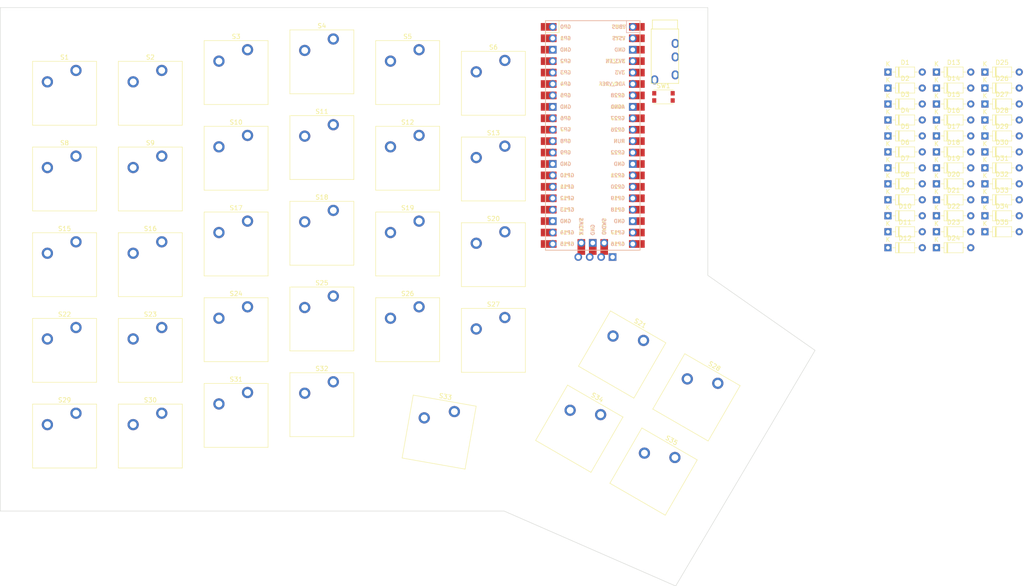
<source format=kicad_pcb>
(kicad_pcb (version 20221018) (generator pcbnew)
  (layers (0 "F.Cu" signal) (31 "B.Cu" signal) (34 "B.Paste" user) (35 "F.Paste" user) (36 "B.SilkS" user "B.Silkscreen") (37 "F.SilkS" user "F.Silkscreen") (38 "B.Mask" user) (39 "F.Mask" user) (44 "Edge.Cuts" user))
  (net 0 "")
  (net 1 "row0")
  (net 2 "Net-(D1-A)")
  (net 3 "Net-(D2-A)")
  (net 4 "Net-(D3-A)")
  (net 5 "Net-(D4-A)")
  (net 6 "Net-(D5-A)")
  (net 7 "Net-(D6-A)")
  (net 8 "Net-(D7-A)")
  (net 9 "row1")
  (net 10 "Net-(D8-A)")
  (net 11 "Net-(D9-A)")
  (net 12 "Net-(D10-A)")
  (net 13 "Net-(D11-A)")
  (net 14 "Net-(D12-A)")
  (net 15 "Net-(D13-A)")
  (net 16 "Net-(D14-A)")
  (net 17 "row2")
  (net 18 "Net-(D15-A)")
  (net 19 "row3")
  (net 20 "Net-(D16-A)")
  (net 21 "Net-(D17-A)")
  (net 22 "Net-(D18-A)")
  (net 23 "Net-(D19-A)")
  (net 24 "Net-(D20-A)")
  (net 25 "Net-(D21-A)")
  (net 26 "Net-(D22-A)")
  (net 27 "Net-(D23-A)")
  (net 28 "Net-(D24-A)")
  (net 29 "Net-(D25-A)")
  (net 30 "Net-(D26-A)")
  (net 31 "Net-(D27-A)")
  (net 32 "Net-(D28-A)")
  (net 33 "row4")
  (net 34 "Net-(D29-A)")
  (net 35 "Net-(D31-A)")
  (net 36 "Net-(D33-A)")
  (net 37 "Net-(D35-A)")
  (net 38 "col0")
  (net 39 "col1")
  (net 40 "col2")
  (net 41 "col3")
  (net 42 "col4")
  (net 43 "col5")
  (net 44 "col6")
  (net 45 "GND")
  (net 46 "VCC")
  (net 47 "SCL")
  (net 48 "SDA")
  (net 49 "RESET")
  (net 50 "Net-(D30-A)")
  (net 51 "Net-(D32-A)")
  (net 52 "Net-(D34-A)")
  (net 53 "TX0")
  (net 54 "RX0")
  (footprint "ScottoKeebs_Components:Diode_DO-35" (layer "F.Cu") (at 231.18 47.26125)
    (fp_text reference "D6" (at 3.81 -2.12) (layer "F.SilkS"))
    (fp_text value "Diode")
    (fp_text user "K" (at 0 -1.8) (layer "F.SilkS"))
    (pad "1" thru_hole rect (at 0 0) (size 1.6 1.6) (drill 0.8) (layers "*.Cu" "*.Mask") (net 1 "row0"))
    (pad "2" thru_hole oval (at 7.62 0) (size 1.6 1.6) (drill 0.8) (layers "*.Cu" "*.Mask") (net 7 "Net-(D6-A)"))
  )
  (footprint "ScottoKeebs_MX:MX_PCB_1.00u" (layer "F.Cu") (at 143.55 70.1075)
    (fp_text reference "S20" (at 0 -8) (layer "F.SilkS"))
    (fp_text value "Keyswitch")
    (pad "" np_thru_hole circle (at -5.08 0) (size 1.75 1.75) (drill 1.75) (layers "*.Cu" "*.Mask"))
    (pad "" np_thru_hole circle (at 0 0) (size 4 4) (drill 4) (layers "*.Cu" "*.Mask"))
    (pad "" np_thru_hole circle (at 5.08 0) (size 1.75 1.75) (drill 1.75) (layers "*.Cu" "*.Mask"))
    (pad "1" thru_hole circle (at -3.81 -2.54) (size 2.5 2.5) (drill 1.5) (layers "*.Cu" "*.Mask") (net 43 "col5"))
    (pad "2" thru_hole circle (at 2.54 -5.08) (size 2.5 2.5) (drill 1.5) (layers "*.Cu" "*.Mask") (net 24 "Net-(D20-A)"))
  )
  (footprint "ScottoKeebs_MX:MX_PCB_1.00u" (layer "F.Cu") (at 105.45 27.245)
    (fp_text reference "S4" (at 0 -8) (layer "F.SilkS"))
    (fp_text value "Keyswitch")
    (pad "" np_thru_hole circle (at -5.08 0) (size 1.75 1.75) (drill 1.75) (layers "*.Cu" "*.Mask"))
    (pad "" np_thru_hole circle (at 0 0) (size 4 4) (drill 4) (layers "*.Cu" "*.Mask"))
    (pad "" np_thru_hole circle (at 5.08 0) (size 1.75 1.75) (drill 1.75) (layers "*.Cu" "*.Mask"))
    (pad "1" thru_hole circle (at -3.81 -2.54) (size 2.5 2.5) (drill 1.5) (layers "*.Cu" "*.Mask") (net 41 "col3"))
    (pad "2" thru_hole circle (at 2.54 -5.08) (size 2.5 2.5) (drill 1.5) (layers "*.Cu" "*.Mask") (net 5 "Net-(D4-A)"))
  )
  (footprint "ScottoKeebs_Components:Diode_DO-35" (layer "F.Cu") (at 252.72 50.81125)
    (fp_text reference "D31" (at 3.81 -2.12) (layer "F.SilkS"))
    (fp_text value "Diode")
    (fp_text user "K" (at 0 -1.8) (layer "F.SilkS"))
    (pad "1" thru_hole rect (at 0 0) (size 1.6 1.6) (drill 0.8) (layers "*.Cu" "*.Mask") (net 33 "row4"))
    (pad "2" thru_hole oval (at 7.62 0) (size 1.6 1.6) (drill 0.8) (layers "*.Cu" "*.Mask") (net 35 "Net-(D31-A)"))
  )
  (footprint "ScottoKeebs_Components:Diode_DO-35" (layer "F.Cu") (at 241.95 57.91125)
    (fp_text reference "D21" (at 3.81 -2.12) (layer "F.SilkS"))
    (fp_text value "Diode")
    (fp_text user "K" (at 0 -1.8) (layer "F.SilkS"))
    (pad "1" thru_hole rect (at 0 0) (size 1.6 1.6) (drill 0.8) (layers "*.Cu" "*.Mask") (net 17 "row2"))
    (pad "2" thru_hole oval (at 7.62 0) (size 1.6 1.6) (drill 0.8) (layers "*.Cu" "*.Mask") (net 25 "Net-(D21-A)"))
  )
  (footprint "ScottoKeebs_MX:MX_PCB_1.00u" (layer "F.Cu") (at 124.5 29.62625)
    (fp_text reference "S5" (at 0 -8) (layer "F.SilkS"))
    (fp_text value "Keyswitch")
    (pad "" np_thru_hole circle (at -5.08 0) (size 1.75 1.75) (drill 1.75) (layers "*.Cu" "*.Mask"))
    (pad "" np_thru_hole circle (at 0 0) (size 4 4) (drill 4) (layers "*.Cu" "*.Mask"))
    (pad "" np_thru_hole circle (at 5.08 0) (size 1.75 1.75) (drill 1.75) (layers "*.Cu" "*.Mask"))
    (pad "1" thru_hole circle (at -3.81 -2.54) (size 2.5 2.5) (drill 1.5) (layers "*.Cu" "*.Mask") (net 42 "col4"))
    (pad "2" thru_hole circle (at 2.54 -5.08) (size 2.5 2.5) (drill 1.5) (layers "*.Cu" "*.Mask") (net 6 "Net-(D5-A)"))
  )
  (footprint "ScottoKeebs_MX:MX_PCB_1.00u" (layer "F.Cu") (at 67.35 34.23)
    (fp_text reference "S2" (at 0 -8) (layer "F.SilkS"))
    (fp_text value "Keyswitch")
    (pad "" np_thru_hole circle (at -5.08 0) (size 1.75 1.75) (drill 1.75) (layers "*.Cu" "*.Mask"))
    (pad "" np_thru_hole circle (at 0 0) (size 4 4) (drill 4) (layers "*.Cu" "*.Mask"))
    (pad "" np_thru_hole circle (at 5.08 0) (size 1.75 1.75) (drill 1.75) (layers "*.Cu" "*.Mask"))
    (pad "1" thru_hole circle (at -3.81 -2.54) (size 2.5 2.5) (drill 1.5) (layers "*.Cu" "*.Mask") (net 39 "col1"))
    (pad "2" thru_hole circle (at 2.54 -5.08) (size 2.5 2.5) (drill 1.5) (layers "*.Cu" "*.Mask") (net 3 "Net-(D2-A)"))
  )
  (footprint "ScottoKeebs_Components:Diode_DO-35" (layer "F.Cu") (at 252.72 40.16125)
    (fp_text reference "D28" (at 3.81 -2.12) (layer "F.SilkS"))
    (fp_text value "Diode")
    (fp_text user "K" (at 0 -1.8) (layer "F.SilkS"))
    (pad "1" thru_hole rect (at 0 0) (size 1.6 1.6) (drill 0.8) (layers "*.Cu" "*.Mask") (net 19 "row3"))
    (pad "2" thru_hole oval (at 7.62 0) (size 1.6 1.6) (drill 0.8) (layers "*.Cu" "*.Mask") (net 32 "Net-(D28-A)"))
  )
  (footprint "ScottoKeebs_MX:MX_PCB_1.00u" (layer "F.Cu") (at 86.4 105.82625)
    (fp_text reference "S31" (at 0 -8) (layer "F.SilkS"))
    (fp_text value "Keyswitch")
    (pad "" np_thru_hole circle (at -5.08 0) (size 1.75 1.75) (drill 1.75) (layers "*.Cu" "*.Mask"))
    (pad "" np_thru_hole circle (at 0 0) (size 4 4) (drill 4) (layers "*.Cu" "*.Mask"))
    (pad "" np_thru_hole circle (at 5.08 0) (size 1.75 1.75) (drill 1.75) (layers "*.Cu" "*.Mask"))
    (pad "1" thru_hole circle (at -3.81 -2.54) (size 2.5 2.5) (drill 1.5) (layers "*.Cu" "*.Mask") (net 40 "col2"))
    (pad "2" thru_hole circle (at 2.54 -5.08) (size 2.5 2.5) (drill 1.5) (layers "*.Cu" "*.Mask") (net 35 "Net-(D31-A)"))
  )
  (footprint "ScottoKeebs_MCU:Raspberry_Pi_Pico" (layer "F.Cu") (at 165.61625 43.59625)
    (fp_text reference "U2" hide)
    (fp_text value "Raspberry_Pi_Pico" hide)
    (fp_text user "GP12" (at -5.69 13.97) (layer "B.SilkS") (effects (font (size 0.8 0.8)) (justify mirror)))
    (fp_text user "VSYS" (at 5.79 -21.59) (layer "B.SilkS") (effects (font (size 0.8 0.8)) (justify mirror)))
    (fp_text user "GP14" (at -5.69 21.59) (layer "B.SilkS") (effects (font (size 0.8 0.8)) (justify mirror)))
    (fp_text user "GP0" (at -6.04 -24.13) (layer "B.SilkS") (effects (font (size 0.8 0.8)) (justify mirror)))
    (fp_text user "GP3" (at -6.04 -13.97) (layer "B.SilkS") (effects (font (size 0.8 0.8)) (justify mirror)))
    (fp_text user "RUN" (at 5.89 1.27) (layer "B.SilkS") (effects (font (size 0.8 0.8)) (justify mirror)))
    (fp_text user "VBUS" (at 5.79 -24.13) (layer "B.SilkS") (effects (font (size 0.8 0.8)) (justify mirror)))
    (fp_text user "SWDIO" (at 2.54 20.25 90) (layer "B.SilkS") (effects (font (size 0.8 0.8)) (justify mirror)))
    (fp_text user "GP13" (at -5.69 16.51) (layer "B.SilkS") (effects (font (size 0.8 0.8)) (justify mirror)))
    (fp_text user "GND" (at -6.04 -6.35) (layer "B.SilkS") (effects (font (size 0.8 0.8)) (justify mirror)))
    (fp_text user "GND" (at 0 21 90) (layer "B.SilkS") (effects (font (size 0.8 0.8)) (justify mirror)))
    (fp_text user "GP6" (at -6.04 -3.81) (layer "B.SilkS") (effects (font (size 0.8 0.8)) (justify mirror)))
    (fp_text user "GP28" (at 5.54 -8.89) (layer "B.SilkS") (effects (font (size 0.8 0.8)) (justify mirror)))
    (fp_text user "GP21" (at 5.54 8.9) (layer "B.SilkS") (effects (font (size 0.8 0.8)) (justify mirror)))
    (fp_text user "GND" (at 6.04 -19.05) (layer "B.SilkS") (effects (font (size 0.8 0.8)) (justify mirror)))
    (fp_text user "GP15" (at -5.69 24.13) (layer "B.SilkS") (effects (font (size 0.8 0.8)) (justify mirror)))
    (fp_text user "GND" (at -6.04 19.05) (layer "B.SilkS") (effects (font (size 0.8 0.8)) (justify mirror)))
    (fp_text user "GND" (at -6.04 -19.05) (layer "B.SilkS") (effects (font (size 0.8 0.8)) (justify mirror)))
    (fp_text user "GP26" (at 5.54 -1.27) (layer "B.SilkS") (effects (font (size 0.8 0.8)) (justify mirror)))
    (fp_text user "GP22" (at 5.54 3.81) (layer "B.SilkS") (effects (font (size 0.8 0.8)) (justify mirror)))
    (fp_text user "GND" (at 5.89 19.05) (layer "B.SilkS") (effects (font (size 0.8 0.8)) (justify mirror)))
    (fp_text user "GP11" (at -5.69 11.43) (layer "B.SilkS") (effects (font (size 0.8 0.8)) (justify mirror)))
    (fp_text user "GP17" (at 5.54 21.59) (layer "B.SilkS") (effects (font (size 0.8 0.8)) (justify mirror)))
    (fp_text user "GP27" (at 5.54 -3.8) (layer "B.SilkS") (effects (font (size 0.8 0.8)) (justify mirror)))
    (fp_text user "GP16" (at 5.54 24.13) (layer "B.SilkS") (effects (font (size 0.8 0.8)) (justify mirror)))
    (fp_text user "SWCLK" (at -2.54 20.25 90) (layer "B.SilkS") (effects (font (size 0.8 0.8)) (justify mirror)))
    (fp_text user "GP7" (at -6.04 -1.3) (layer "B.SilkS") (effects (font (size 0.8 0.8)) (justify mirror)))
    (fp_text user "GP5" (at -6.04 -8.89) (layer "B.SilkS") (effects (font (size 0.8 0.8)) (justify mirror)))
    (fp_text user "GP4" (at -6.04 -11.43) (layer "B.SilkS") (effects (font (size 0.8 0.8)) (justify mirror)))
    (fp_text user "GP9" (at -6.04 3.81) (layer "B.SilkS") (effects (font (size 0.8 0.8)) (justify mirror)))
    (fp_text user "GP1" (at -6.04 -21.6) (layer "B.SilkS") (effects (font (size 0.8 0.8)) (justify mirror)))
    (fp_text user "GND" (at -6.04 6.35) (layer "B.SilkS") (effects (font (size 0.8 0.8)) (justify mirror)))
    (fp_text user "GP10" (at -5.69 8.89) (layer "B.SilkS") (effects (font (size 0.8 0.8)) (justify mirror)))
    (fp_text user "GND" (at 5.89 6.35) (layer "B.SilkS") (effects (font (size 0.8 0.8)) (justify mirror)))
    (fp_text user "GP2" (at -6.04 -16.51) (layer "B.SilkS") (effects (font (size 0.8 0.8)) (justify mirror)))
    (fp_text user "3V3_EN" (at 5.04 -16.51) (layer "B.SilkS") (effects (font (size 0.8 0.8)) (justify mirror)))
    (fp_text user "ADC_VREF" (at 4.29 -11.43) (layer "B.SilkS") (effects (font (size 0.8 0.8)) (justify mirror)))
    (fp_text user "3V3" (at 6.04 -13.97) (layer "B.SilkS") (effects (font (size 0.8 0.8)) (justify mirror)))
    (fp_text user "GP8" (at -6.04 1.27) (layer "B.SilkS") (effects (font (size 0.8 0.8)) (justify mirror)))
    (fp_text user "GP18" (at 5.54 16.51) (layer "B.SilkS") (effects (font (size 0.8 0.8)) (justify mirror)))
    (fp_text user "AGND" (at 5.54 -6.35) (layer "B.SilkS") (effects (font (size 0.8 0.8)) (justify mirror)))
    (fp_text user "GP19" (at 5.54 13.97) (layer "B.SilkS") (effects (font (size 0.8 0.8)) (justify mirror)))
    (fp_text user "GP20" (at 5.54 11.43) (layer "B.SilkS") (effects (font (size 0.8 0.8)) (justify mirror)))
    (fp_text user "GP27" (at 5.54 -3.8) (layer "F.SilkS") (effects (font (size 0.8 0.8))))
    (fp_text user "GP18" (at 5.54 16.51) (layer "F.SilkS") (effects (font (size 0.8 0.8))))
    (fp_text user "GP0" (at -6.04 -24.13) (layer "F.SilkS") (effects (font (size 0.8 0.8))))
    (fp_text user "GP22" (at 5.54 3.81) (layer "F.SilkS") (effects (font (size 0.8 0.8))))
    (fp_text user "3V3_EN" (at 5.04 -16.51) (layer "F.SilkS") (effects (font (size 0.8 0.8))))
    (fp_text user "GP8" (at -6.04 1.27) (layer "F.SilkS") (effects (font (size 0.8 0.8))))
    (fp_text user "GP9" (at -6.04 3.81) (layer "F.SilkS") (effects (font (size 0.8 0.8))))
    (fp_text user "GND" (at -6.04 -6.35) (layer "F.SilkS") (effects (font (size 0.8 0.8))))
    (fp_text user "GP13" (at -5.69 16.51) (layer "F.SilkS") (effects (font (size 0.8 0.8))))
    (fp_text user "AGND" (at 5.54 -6.35) (layer "F.SilkS") (effects (font (size 0.8 0.8))))
    (fp_text user "ADC_VREF" (at 4.29 -11.43) (layer "F.SilkS") (effects (font (size 0.8 0.8))))
    (fp_text user "SWDIO" (at 2.54 20.25 90) (layer "F.SilkS") (effects (font (size 0.8 0.8))))
    (fp_text user "GP12" (at -5.69 13.97) (layer "F.SilkS") (effects (font (size 0.8 0.8))))
    (fp_text user "GP21" (at 5.54 8.9) (layer "F.SilkS") (effects (font (size 0.8 0.8))))
    (fp_text user "GP1" (at -6.04 -21.6) (layer "F.SilkS") (effects (font (size 0.8 0.8))))
    (fp_text user "GND" (at -6.04 6.35) (layer "F.SilkS") (effects (font (size 0.8 0.8))))
    (fp_text user "GP20" (at 5.54 11.43) (layer "F.SilkS") (effects (font (size 0.8 0.8))))
    (fp_text user "GP10" (at -5.69 8.89) (layer "F.SilkS") (effects (font (size 0.8 0.8))))
    (fp_text user "SWCLK" (at -2.54 20.25 90) (layer "F.SilkS") (effects (font (size 0.8 0.8))))
    (fp_text user "VSYS" (at 5.79 -21.59) (layer "F.SilkS") (effects (font (size 0.8 0.8))))
    (fp_text user "GP2" (at -6.04 -16.51) (layer "F.SilkS") (effects (font (size 0.8 0.8))))
    (fp_text user "GND" (at -6.04 -19.05) (layer "F.SilkS") (effects (font (size 0.8 0.8))))
    (fp_text user "GND" (at 5.89 6.35) (layer "F.SilkS") (effects (font (size 0.8 0.8))))
    (fp_text user "GP11" (at -5.69 11.43) (layer "F.SilkS") (effects (font (size 0.8 0.8))))
    (fp_text user "GP19" (at 5.54 13.97) (layer "F.SilkS") (effects (font (size 0.8 0.8))))
    (fp_text user "GP28" (at 5.54 -8.89) (layer "F.SilkS") (effects (font (size 0.8 0.8))))
    (fp_text user "GND" (at 5.89 19.05) (layer "F.SilkS") (effects (font (size 0.8 0.8))))
    (fp_text user "GP14" (at -5.69 21.59) (layer "F.SilkS") (effects (font (size 0.8 0.8))))
    (fp_text user "3V3" (at 6.04 -13.97) (layer "F.SilkS") (effects (font (size 0.8 0.8))))
    (fp_text user "GP7" (at -6.04 -1.3) (layer "F.SilkS") (effects (font (size 0.8 0.8))))
    (fp_text user "VBUS" (at 5.79 -24.13) (layer "F.SilkS") (effects (font (size 0.8 0.8))))
    (fp_text user "GND" (at 6.04 -19.05) (layer "F.SilkS") (effects (font (size 0.8 0.8))))
    (fp_text user "GP3" (at -6.04 -13.97) (layer "F.SilkS") (effects (font (size 0.8 0.8))))
    (fp_text user "GP5" (at -6.04 -8.89) (layer "F.SilkS") (effects (font (size 0.8 0.8))))
    (fp_text user "GP4" (at -6.04 -11.43) (layer "F.SilkS") (effects (font (size 0.8 0.8))))
    (fp_text user "GP6" (at -6.04 -3.81) (layer "F.SilkS") (effects (font (size 0.8 0.8))))
    (fp_text user "GP16" (at 5.54 24.13) (layer "F.SilkS") (effects (font (size 0.8 0.8))))
    (fp_text user "GP17" (at 5.54 21.59) (layer "F.SilkS") (effects (font (size 0.8 0.8))))
    (fp_text user "GND" (at 0 21 90) (layer "F.SilkS") (effects (font (size 0.8 0.8))))
    (fp_text user "GND" (at -6.04 19.05) (layer "F.SilkS") (effects (font (size 0.8 0.8))))
    (fp_text user "GP26" (at 5.54 -1.27) (layer "F.SilkS") (effects (font (size 0.8 0.8))))
    (fp_text user "GP15" (at -5.69 24.13) (layer "F.SilkS") (effects (font (size 0.8 0.8))))
    (fp_text user "RUN" (at 5.89 1.27) (layer "F.SilkS") (effects (font (size 0.8 0.8))))
    (pad "1" thru_hole oval (at -8.89 -24.13) (size 1.7 1.7) (drill 1.02) (layers "*.Cu" "*.Mask") (net 53 "TX0"))
    (pad "1" smd rect (at -8.89 -24.13) (size 3.5 1.7) (drill (offset -0.9 0)) (layers "F.Cu" "F.Mask") (net 53 "TX0"))
    (pad "2" thru_hole oval (at -8.89 -21.59) (size 1.7 1.7) (drill 1.02) (layers "*.Cu" "*.Mask") (net 54 "RX0"))
    (pad "2" smd rect (at -8.89 -21.59) (size 3.5 1.7) (drill (offset -0.9 0)) (layers "F.Cu" "F.Mask") (net 54 "RX0"))
    (pad "3" thru_hole rect (at -8.89 -19.05) (size 1.7 1.7) (drill 1.02) (layers "*.Cu" "*.Mask"))
    (pad "3" smd rect (at -8.89 -19.05) (size 3.5 1.7) (drill (offset -0.9 0)) (layers "F.Cu" "F.Mask"))
    (pad "4" thru_hole oval (at -8.89 -16.51) (size 1.7 1.7) (drill 1.02) (layers "*.Cu" "*.Mask"))
    (pad "4" smd rect (at -8.89 -16.51) (size 3.5 1.7) (drill (offset -0.9 0)) (layers "F.Cu" "F.Mask"))
    (pad "5" thru_hole oval (at -8.89 -13.97) (size 1.7 1.7) (drill 1.02) (layers "*.Cu" "*.Mask"))
    (pad "5" smd rect (at -8.89 -13.97) (size 3.5 1.7) (drill (offset -0.9 0)) (layers "F.Cu" "F.Mask"))
    (pad "6" thru_hole oval (at -8.89 -11.43) (size 1.7 1.7) (drill 1.02) (layers "*.Cu" "*.Mask") (net 48 "SDA"))
    (pad "6" smd rect (at -8.89 -11.43) (size 3.5 1.7) (drill (offset -0.9 0)) (layers "F.Cu" "F.Mask") (net 48 "SDA"))
    (pad "7" thru_hole oval (at -8.89 -8.89) (size 1.7 1.7) (drill 1.02) (layers "*.Cu" "*.Mask") (net 47 "SCL"))
    (pad "7" smd rect (at -8.89 -8.89) (size 3.5 1.7) (drill (offset -0.9 0)) (layers "F.Cu" "F.Mask") (net 47 "SCL"))
    (pad "8" thru_hole rect (at -8.89 -6.35) (size 1.7 1.7) (drill 1.02) (layers "*.Cu" "*.Mask"))
    (pad "8" smd rect (at -8.89 -6.35) (size 3.5 1.7) (drill (offset -0.9 0)) (layers "F.Cu" "F.Mask"))
    (pad "9" thru_hole oval (at -8.89 -3.81) (size 1.7 1.7) (drill 1.02) (layers "*.Cu" "*.Mask") (net 38 "col0"))
    (pad "9" smd rect (at -8.89 -3.81) (size 3.5 1.7) (drill (offset -0.9 0)) (layers "F.Cu" "F.Mask") (net 38 "col0"))
    (pad "10" thru_hole oval (at -8.89 -1.27) (size 1.7 1.7) (drill 1.02) (layers "*.Cu" "*.Mask") (net 39 "col1"))
    (pad "10" smd rect (at -8.89 -1.27) (size 3.5 1.7) (drill (offset -0.9 0)) (layers "F.Cu" "F.Mask") (net 39 "col1"))
    (pad "11" thru_hole oval (at -8.89 1.27) (size 1.7 1.7) (drill 1.02) (layers "*.Cu" "*.Mask") (net 40 "col2"))
    (pad "11" smd rect (at -8.89 1.27) (size 3.5 1.7) (drill (offset -0.9 0)) (layers "F.Cu" "F.Mask") (net 40 "col2"))
    (pad "12" thru_hole oval (at -8.89 3.81) (size 1.7 1.7) (drill 1.02) (layers "*.Cu" "*.Mask") (net 41 "col3"))
    (pad "12" smd rect (at -8.89 3.81) (size 3.5 1.7) (drill (offset -0.9 0)) (layers "F.Cu" "F.Mask") (net 41 "col3"))
    (pad "13" thru_hole rect (at -8.89 6.35) (size 1.7 1.7) (drill 1.02) (layers "*.Cu" "*.Mask"))
    (pad "13" smd rect (at -8.89 6.35) (size 3.5 1.7) (drill (offset -0.9 0)) (layers "F.Cu" "F.Mask"))
    (pad "14" thru_hole oval (at -8.89 8.89) (size 1.7 1.7) (drill 1.02) (layers "*.Cu" "*.Mask") (net 42 "col4"))
    (pad "14" smd rect (at -8.89 8.89) (size 3.5 1.7) (drill (offset -0.9 0)) (layers "F.Cu" "F.Mask") (net 42 "col4"))
    (pad "15" thru_hole oval (at -8.89 11.43) (size 1.7 1.7) (drill 1.02) (layers "*.Cu" "*.Mask") (net 43 "col5"))
    (pad "15" smd rect (at -8.89 11.43) (size 3.5 1.7) (drill (offset -0.9 0)) (layers "F.Cu" "F.Mask") (net 43 "col5"))
    (pad "16" thru_hole oval (at -8.89 13.97) (size 1.7 1.7) (drill 1.02) (layers "*.Cu" "*.Mask") (net 44 "col6"))
    (pad "16" smd rect (at -8.89 13.97) (size 3.5 1.7) (drill (offset -0.9 0)) (layers "F.Cu" "F.Mask") (net 44 "col6"))
    (pad "17" thru_hole oval (at -8.89 16.51) (size 1.7 1.7) (drill 1.02) (layers "*.Cu" "*.Mask"))
    (pad "17" smd rect (at -8.89 16.51) (size 3.5 1.7) (drill (offset -0.9 0)) (layers "F.Cu" "F.Mask"))
    (pad "18" thru_hole rect (at -8.89 19.05) (size 1.7 1.7) (drill 1.02) (layers "*.Cu" "*.Mask"))
    (pad "18" smd rect (at -8.89 19.05) (size 3.5 1.7) (drill (offset -0.9 0)) (layers "F.Cu" "F.Mask"))
    (pad "19" thru_hole oval (at -8.89 21.59) (size 1.7 1.7) (drill 1.02) (layers "*.Cu" "*.Mask"))
    (pad "19" smd rect (at -8.89 21.59) (size 3.5 1.7) (drill (offset -0.9 0)) (layers "F.Cu" "F.Mask"))
    (pad "20" thru_hole oval (at -8.89 24.13) (size 1.7 1.7) (drill 1.02) (layers "*.Cu" "*.Mask"))
    (pad "20" smd rect (at -8.89 24.13) (size 3.5 1.7) (drill (offset -0.9 0)) (layers "F.Cu" "F.Mask"))
    (pad "21" thru_hole oval (at 8.89 24.13) (size 1.7 1.7) (drill 1.02) (layers "*.Cu" "*.Mask") (net 33 "row4"))
    (pad "21" smd rect (at 8.89 24.13) (size 3.5 1.7) (drill (offset 0.9 0)) (layers "F.Cu" "F.Mask") (net 33 "row4"))
    (pad "22" thru_hole oval (at 8.89 21.59) (size 1.7 1.7) (drill 1.02) (layers "*.Cu" "*.Mask") (net 19 "row3"))
    (pad "22" smd rect (at 8.89 21.59) (size 3.5 1.7) (drill (offset 0.9 0)) (layers "F.Cu" "F.Mask") (net 19 "row3"))
    (pad "23" thru_hole rect (at 8.89 19.05) (size 1.7 1.7) (drill 1.02) (layers "*.Cu" "*.Mask"))
    (pad "23" smd rect (at 8.89 19.05) (size 3.5 1.7) (drill (offset 0.9 0)) (layers "F.Cu" "F.Mask"))
    (pad "24" thru_hole oval (at 8.89 16.51) (size 1.7 1.7) (drill 1.02) (layers "*.Cu" "*.Mask") (net 17 "row2"))
    (pad "24" smd rect (at 8.89 16.51) (size 3.5 1.7) (drill (offset 0.9 0)) (layers "F.Cu" "F.Mask") (net 17 "row2"))
    (pad "25" thru_hole oval (at 8.89 13.97) (size 1.7 1.7) (drill 1.02) (layers "*.Cu" "*.Mask") (net 9 "row1"))
    (pad "25" smd rect (at 8.89 13.97) (size 3.5 1.7) (drill (offset 0.9 0)) (layers "F.Cu" "F.Mask") (net 9 "row1"))
    (pad "26" thru_hole oval (at 8.89 11.43) (size 1.7 1.7) (drill 1.02) (layers "*.Cu" "*.Mask") (net 1 "row0"))
    (pad "26" smd rect (at 8.89 11.43) (size 3.5 1.7) (drill (offset 0.9 0)) (layers "F.Cu" "F.Mask") (net 1 "row0"))
    (pad "27" thru_hole oval (at 8.89 8.89) (size 1.7 1.7) (drill 1.02) (layers "*.Cu" "*.Mask"))
    (pad "27" smd rect (at 8.89 8.89) (size 3.5 1.7) (drill (offset 0.9 0)) (layers "F.Cu" "F.Mask"))
    (pad "28" thru_hole rect (at 8.89 6.35) (size 1.7 1.7) (drill 1.02) (layers "*.Cu" "*.Mask") (net 45 "GND"))
    (pad "28" smd rect (at 8.89 6.35) (size 3.5 1.7) (drill (offset 0.9 0)) (layers "F.Cu" "F.Mask") (net 45 "GND"))
    (pad "29" thru_hole oval (at 8.89 3.81) (size 1.7 1.7) (drill 1.02) (layers "*.Cu" "*.Mask"))
    (pad "29" smd rect (at 8.89 3.81) (size 3.5 1.7) (drill (offset 0.9 0)) (layers "F.Cu" "F.Mask"))
    (pad "30" thru_hole oval (at 8.89 1.27) (size 1.7 1.7) (drill 1.02) (layers "*.Cu" "*.Mask") (net 49 "RESET"))
    (pad "30" smd rect (at 8.89 1.27) (size 3.5 1.7) (drill (offset 0.9 0)) (layers "F.Cu" "F.Mask") (net 49 "RESET"))
    (pad "31" thru_hole oval (at 8.89 -1.27) (size 1.7 1.7) (drill 1.02) (layers "*.Cu" "*.Mask"))
    (pad "31" smd rect (at 8.89 -1.27) (size 3.5 1.7) (drill (offset 0.9 0)) (layers "F.Cu" "F.Mask"))
    (pad "32" thru_hole oval (at 8.89 -3.81) (size 1.7 1.7) (drill 1.02) (layers "*.Cu" "*.Mask"))
    (pad "32" smd rect (at 8.89 -3.81) (size 3.5 1.7) (drill (offset 0.9 0)) (layers "F.Cu" "F.Mask"))
    (pad "33" thru_hole rect (at 8.89 -6.35) (size 1.7 1.7) (drill 1.02) (layers "*.Cu" "*.Mask"))
    (pad "33" smd rect (at 8.89 -6.35) (size 3.5 1.7) (drill (offset 0.9 0)) (layers "F.Cu" "F.Mask"))
    (pad "34" thru_hole oval (at 8.89 -8.89) (size 1.7 1.7) (drill 1.02) (layers "*.Cu" "*.Mask"))
    (pad "34" smd rect (at 8.89 -8.89) (size 3.5 1.7) (drill (offset 0.9 0)) (layers "F.Cu" "F.Mask"))
    (pad "35" thru_hole oval (at 8.89 -11.43) (size 1.7 1.7) (drill 1.02) (layers "*.Cu" "*.Mask"))
    (pad "35" smd rect (at 8.89 -11.43) (size 3.5 1.7) (drill (offset 0.9 0)) (layers "F.Cu" "F.Mask"))
    (pad "36" thru_hole oval (at 8.89 -13.97) (size 1.7 1.7) (drill 1.02) (layers "*.Cu" "*.Mask") (net 46 "VCC"))
    (pad "36" smd rect (at 8.89 -13.97) (size 3.5 1.7) (drill (offset 0.9 0)) (layers "F.Cu" "F.Mask") (net 46 "VCC"))
    (pad "37" thru_hole oval (at 8.89 -16.51) (size 1.7 1.7) (drill 1.02) (layers "*.Cu" "*.Mask"))
    (pad "37" smd rect (at 8.89 -16.51) (size 3.5 1.7) (drill (offset 0.9 0)) (layers "F.Cu" "F.Mask"))
    (pad "38" thru_hole rect (at 8.89 -19.05) (size 1.7 1.7) (drill 1.02) (layers "*.Cu" "*.Mask") (net 45 "GND"))
    (pad "38" smd rect (at 8.89 -19.05) (size 3.5 1.7) (drill (offset 0.9 0)) (layers "F.Cu" "F.Mask") (net 45 "GND"))
    (pad "39" thru_hole oval (at 8.89 -21.59) (size 1.7 1.7) (drill 1.02) (layers "*.Cu" "*.Mask"))
    (pad "39" smd rect (at 8.89 -21.59) (size 3.5 1.7) (drill (offset 0.9 0)) (layers "F.Cu" "F.Mask"))
    (pad "40" thru_hole oval (at 8.89 -24.13) (size 1.7 1.7) (drill 1.02) (layers "*.Cu" "*.Mask"))
    (pad "40" smd rect (at 8.89 -24.13) (size 3.5 1.7) (drill (offset 0.9 0)) (layers "F.Cu" "F.Mask"))
    (pad "41" thru_hole oval (at -2.54 23.9) (size 1.7 1.7) (drill 1.02) (layers "*.Cu" "*.Mask"))
    (pad "41" smd rect (at -2.54 23.9 90) (size 3.5 1.7) (drill (offset -0.9 0)) (layers "F.Cu" "F.Mask"))
    (pad "42" thru_hole rect (at 0 23.9) (size 1.7 1.7) (drill 1.02) (layers "*.Cu" "*.Mask"))
    (pad "42" smd rect (at 0 23.9 90) (size 3.5 1.7) (drill (offset -0.9 0)) (layers "F.Cu" "F.Mask"))
    (pad "43" thru_hole oval (at 2.54 23.9) (size 1.7 1.7) (drill 1.02) (layers "*.Cu" "*.Mask"))
    (pad "43" smd rect (at 2.54 23.9 90) (size 3.5 1.7) (drill (offset -0.9 0)) (layers "F.Cu" "F.Mask"))
  )
  (footprint "ScottoKeebs_Components:Diode_DO-35" (layer "F.Cu") (at 252.72 47.26125)
    (fp_text reference "D30" (at 3.81 -2.12) (layer "F.SilkS"))
    (fp_text value "Diode")
    (fp_text user "K" (at 0 -1.8) (layer "F.SilkS"))
    (pad "1" thru_hole rect (at 0 0) (size 1.6 1.6) (drill 0.8) (layers "*.Cu" "*.Mask") (net 33 "row4"))
    (pad "2" thru_hole oval (at 7.62 0) (size 1.6 1.6) (drill 0.8) (layers "*.Cu" "*.Mask") (net 50 "Net-(D30-A)"))
  )
  (footprint "ScottoKeebs_MX:MX_PCB_1.00u" (layer "F.Cu") (at 124.5 86.77625)
    (fp_text reference "S26" (at 0 -8) (layer "F.SilkS"))
    (fp_text value "Keyswitch")
    (pad "" np_thru_hole circle (at -5.08 0) (size 1.75 1.75) (drill 1.75) (layers "*.Cu" "*.Mask"))
    (pad "" np_thru_hole circle (at 0 0) (size 4 4) (drill 4) (layers "*.Cu" "*.Mask"))
    (pad "" np_thru_hole circle (at 5.08 0) (size 1.75 1.75) (drill 1.75) (layers "*.Cu" "*.Mask"))
    (pad "1" thru_hole circle (at -3.81 -2.54) (size 2.5 2.5) (drill 1.5) (layers "*.Cu" "*.Mask") (net 42 "col4"))
    (pad "2" thru_hole circle (at 2.54 -5.08) (size 2.5 2.5) (drill 1.5) (layers "*.Cu" "*.Mask") (net 30 "Net-(D26-A)"))
  )
  (footprint "ScottoKeebs_Components:Diode_DO-35" (layer "F.Cu") (at 252.72 36.61125)
    (fp_text reference "D27" (at 3.81 -2.12) (layer "F.SilkS"))
    (fp_text value "Diode")
    (fp_text user "K" (at 0 -1.8) (layer "F.SilkS"))
    (pad "1" thru_hole rect (at 0 0) (size 1.6 1.6) (drill 0.8) (layers "*.Cu" "*.Mask") (net 19 "row3"))
    (pad "2" thru_hole oval (at 7.62 0) (size 1.6 1.6) (drill 0.8) (layers "*.Cu" "*.Mask") (net 31 "Net-(D27-A)"))
  )
  (footprint "ScottoKeebs_MX:MX_PCB_1.00u" (layer "F.Cu") (at 48.3 34.23)
    (fp_text reference "S1" (at 0 -8) (layer "F.SilkS"))
    (fp_text value "Keyswitch")
    (pad "" np_thru_hole circle (at -5.08 0) (size 1.75 1.75) (drill 1.75) (layers "*.Cu" "*.Mask"))
    (pad "" np_thru_hole circle (at 0 0) (size 4 4) (drill 4) (layers "*.Cu" "*.Mask"))
    (pad "" np_thru_hole circle (at 5.08 0) (size 1.75 1.75) (drill 1.75) (layers "*.Cu" "*.Mask"))
    (pad "1" thru_hole circle (at -3.81 -2.54) (size 2.5 2.5) (drill 1.5) (layers "*.Cu" "*.Mask") (net 38 "col0"))
    (pad "2" thru_hole circle (at 2.54 -5.08) (size 2.5 2.5) (drill 1.5) (layers "*.Cu" "*.Mask") (net 2 "Net-(D1-A)"))
  )
  (footprint "ScottoKeebs_MX:MX_PCB_1.00u" (layer "F.Cu") (at 143.55 32.0075)
    (fp_text reference "S6" (at 0 -8) (layer "F.SilkS"))
    (fp_text value "Keyswitch")
    (pad "" np_thru_hole circle (at -5.08 0) (size 1.75 1.75) (drill 1.75) (layers "*.Cu" "*.Mask"))
    (pad "" np_thru_hole circle (at 0 0) (size 4 4) (drill 4) (layers "*.Cu" "*.Mask"))
    (pad "" np_thru_hole circle (at 5.08 0) (size 1.75 1.75) (drill 1.75) (layers "*.Cu" "*.Mask"))
    (pad "1" thru_hole circle (at -3.81 -2.54) (size 2.5 2.5) (drill 1.5) (layers "*.Cu" "*.Mask") (net 43 "col5"))
    (pad "2" thru_hole circle (at 2.54 -5.08) (size 2.5 2.5) (drill 1.5) (layers "*.Cu" "*.Mask") (net 7 "Net-(D6-A)"))
  )
  (footprint "ScottoKeebs_Components:Diode_DO-35" (layer "F.Cu") (at 241.95 29.51125)
    (fp_text reference "D13" (at 3.81 -2.12) (layer "F.SilkS"))
    (fp_text value "Diode")
    (fp_text user "K" (at 0 -1.8) (layer "F.SilkS"))
    (pad "1" thru_hole rect (at 0 0) (size 1.6 1.6) (drill 0.8) (layers "*.Cu" "*.Mask") (net 9 "row1"))
    (pad "2" thru_hole oval (at 7.62 0) (size 1.6 1.6) (drill 0.8) (layers "*.Cu" "*.Mask") (net 15 "Net-(D13-A)"))
  )
  (footprint "ScottoKeebs_Components:Diode_DO-35" (layer "F.Cu") (at 231.18 43.71125)
    (fp_text reference "D5" (at 3.81 -2.12) (layer "F.SilkS"))
    (fp_text value "Diode")
    (fp_text user "K" (at 0 -1.8) (layer "F.SilkS"))
    (pad "1" thru_hole rect (at 0 0) (size 1.6 1.6) (drill 0.8) (layers "*.Cu" "*.Mask") (net 1 "row0"))
    (pad "2" thru_hole oval (at 7.62 0) (size 1.6 1.6) (drill 0.8) (layers "*.Cu" "*.Mask") (net 6 "Net-(D5-A)"))
  )
  (footprint "ScottoKeebs_MX:MX_PCB_1.00u" (layer "F.Cu") (at 105.45 65.345)
    (fp_text reference "S18" (at 0 -8) (layer "F.SilkS"))
    (fp_text value "Keyswitch")
    (pad "" np_thru_hole circle (at -5.08 0) (size 1.75 1.75) (drill 1.75) (layers "*.Cu" "*.Mask"))
    (pad "" np_thru_hole circle (at 0 0) (size 4 4) (drill 4) (layers "*.Cu" "*.Mask"))
    (pad "" np_thru_hole circle (at 5.08 0) (size 1.75 1.75) (drill 1.75) (layers "*.Cu" "*.Mask"))
    (pad "1" thru_hole circle (at -3.81 -2.54) (size 2.5 2.5) (drill 1.5) (layers "*.Cu" "*.Mask") (net 41 "col3"))
    (pad "2" thru_hole circle (at 2.54 -5.08) (size 2.5 2.5) (drill 1.5) (layers "*.Cu" "*.Mask") (net 22 "Net-(D18-A)"))
  )
  (footprint "ScottoKeebs_Components:Diode_DO-35" (layer "F.Cu") (at 241.95 50.81125)
    (fp_text reference "D19" (at 3.81 -2.12) (layer "F.SilkS"))
    (fp_text value "Diode")
    (fp_text user "K" (at 0 -1.8) (layer "F.SilkS"))
    (pad "1" thru_hole rect (at 0 0) (size 1.6 1.6) (drill 0.8) (layers "*.Cu" "*.Mask") (net 17 "row2"))
    (pad "2" thru_hole oval (at 7.62 0) (size 1.6 1.6) (drill 0.8) (layers "*.Cu" "*.Mask") (net 23 "Net-(D19-A)"))
  )
  (footprint "ScottoKeebs_Components:Diode_DO-35" (layer "F.Cu") (at 231.18 68.56125)
    (fp_text reference "D12" (at 3.81 -2.12) (layer "F.SilkS"))
    (fp_text value "Diode")
    (fp_text user "K" (at 0 -1.8) (layer "F.SilkS"))
    (pad "1" thru_hole rect (at 0 0) (size 1.6 1.6) (drill 0.8) (layers "*.Cu" "*.Mask") (net 9 "row1"))
    (pad "2" thru_hole oval (at 7.62 0) (size 1.6 1.6) (drill 0.8) (layers "*.Cu" "*.Mask") (net 14 "Net-(D12-A)"))
  )
  (footprint "ScottoKeebs_MX:MX_PCB_1.50u" (layer "F.Cu") (at 131.499347 109.547867 -10)
    (fp_text reference "S33" (at 0 -8 170) (layer "F.SilkS"))
    (fp_text value "Keyswitch")
    (pad "" np_thru_hole circle (at -5.08 0 350) (size 1.75 1.75) (drill 1.75) (layers "*.Cu" "*.Mask"))
    (pad "" np_thru_hole circle (at 0 0 350) (size 4 4) (drill 4) (layers "*.Cu" "*.Mask"))
    (pad "" np_thru_hole circle (at 5.08 0 350) (size 1.75 1.75) (drill 1.75) (layers "*.Cu" "*.Mask"))
    (pad "1" thru_hole circle (at -3.81 -2.54 350) (size 2.5 2.5) (drill 1.5) (layers "*.Cu" "*.Mask") (net 42 "col4"))
    (pad "2" thru_hole circle (at 2.54 -5.08 350) (size 2.5 2.5) (drill 1.5) (layers "*.Cu" "*.Mask") (net 36 "Net-(D33-A)"))
  )
  (footprint "ScottoKeebs_MX:MX_PCB_1.00u" (layer "F.Cu") (at 124.5 48.67625)
    (fp_text reference "S12" (at 0 -8) (layer "F.SilkS"))
    (fp_text value "Keyswitch")
    (pad "" np_thru_hole circle (at -5.08 0) (size 1.75 1.75) (drill 1.75) (layers "*.Cu" "*.Mask"))
    (pad "" np_thru_hole circle (at 0 0) (size 4 4) (drill 4) (layers "*.Cu" "*.Mask"))
    (pad "" np_thru_hole circle (at 5.08 0) (size 1.75 1.75) (drill 1.75) (layers "*.Cu" "*.Mask"))
    (pad "1" thru_hole circle (at -3.81 -2.54) (size 2.5 2.5) (drill 1.5) (layers "*.Cu" "*.Mask") (net 42 "col4"))
    (pad "2" thru_hole circle (at 2.54 -5.08) (size 2.5 2.5) (drill 1.5) (layers "*.Cu" "*.Mask") (net 14 "Net-(D12-A)"))
  )
  (footprint "ScottoKeebs_MX:MX_PCB_1.00u" (layer "F.Cu") (at 86.4 29.62625)
    (fp_text reference "S3" (at 0 -8) (layer "F.SilkS"))
    (fp_text value "Keyswitch")
    (pad "" np_thru_hole circle (at -5.08 0) (size 1.75 1.75) (drill 1.75) (layers "*.Cu" "*.Mask"))
    (pad "" np_thru_hole circle (at 0 0) (size 4 4) (drill 4) (layers "*.Cu" "*.Mask"))
    (pad "" np_thru_hole circle (at 5.08 0) (size 1.75 1.75) (drill 1.75) (layers "*.Cu" "*.Mask"))
    (pad "1" thru_hole circle (at -3.81 -2.54) (size 2.5 2.5) (drill 1.5) (layers "*.Cu" "*.Mask") (net 40 "col2"))
    (pad "2" thru_hole circle (at 2.54 -5.08) (size 2.5 2.5) (drill 1.5) (layers "*.Cu" "*.Mask") (net 4 "Net-(D3-A)"))
  )
  (footprint "ScottoKeebs_Components:Diode_DO-35" (layer "F.Cu") (at 241.95 33.06125)
    (fp_text reference "D14" (at 3.81 -2.12) (layer "F.SilkS"))
    (fp_text value "Diode")
    (fp_text user "K" (at 0 -1.8) (layer "F.SilkS"))
    (pad "1" thru_hole rect (at 0 0) (size 1.6 1.6) (drill 0.8) (layers "*.Cu" "*.Mask") (net 9 "row1"))
    (pad "2" thru_hole oval (at 7.62 0) (size 1.6 1.6) (drill 0.8) (layers "*.Cu" "*.Mask") (net 16 "Net-(D14-A)"))
  )
  (footprint "ScottoKeebs_Components:Diode_DO-35" (layer "F.Cu") (at 252.72 43.71125)
    (fp_text reference "D29" (at 3.81 -2.12) (layer "F.SilkS"))
    (fp_text value "Diode")
    (fp_text user "K" (at 0 -1.8) (layer "F.SilkS"))
    (pad "1" thru_hole rect (at 0 0) (size 1.6 1.6) (drill 0.8) (layers "*.Cu" "*.Mask") (net 33 "row4"))
    (pad "2" thru_hole oval (at 7.62 0) (size 1.6 1.6) (drill 0.8) (layers "*.Cu" "*.Mask") (net 34 "Net-(D29-A)"))
  )
  (footprint "ScottoKeebs_Components:Diode_DO-35" (layer "F.Cu") (at 231.18 40.16125)
    (fp_text reference "D4" (at 3.81 -2.12) (layer "F.SilkS"))
    (fp_text value "Diode")
    (fp_text user "K" (at 0 -1.8) (layer "F.SilkS"))
    (pad "1" thru_hole rect (at 0 0) (size 1.6 1.6) (drill 0.8) (layers "*.Cu" "*.Mask") (net 1 "row0"))
    (pad "2" thru_hole oval (at 7.62 0) (size 1.6 1.6) (drill 0.8) (layers "*.Cu" "*.Mask") (net 5 "Net-(D4-A)"))
  )
  (footprint "ScottoKeebs_MX:MX_PCB_1.00u" (layer "F.Cu") (at 48.3 91.38)
    (fp_text reference "S22" (at 0 -8) (layer "F.SilkS"))
    (fp_text value "Keyswitch")
    (pad "" np_thru_hole circle (at -5.08 0) (size 1.75 1.75) (drill 1.75) (layers "*.Cu" "*.Mask"))
    (pad "" np_thru_hole circle (at 0 0) (size 4 4) (drill 4) (layers "*.Cu" "*.Mask"))
    (pad "" np_thru_hole circle (at 5.08 0) (size 1.75 1.75) (drill 1.75) (layers "*.Cu" "*.Mask"))
    (pad "1" thru_hole circle (at -3.81 -2.54) (size 2.5 2.5) (drill 1.5) (layers "*.Cu" "*.Mask") (net 38 "col0"))
    (pad "2" thru_hole circle (at 2.54 -5.08) (size 2.5 2.5) (drill 1.5) (layers "*.Cu" "*.Mask") (net 26 "Net-(D22-A)"))
  )
  (footprint "ScottoKeebs_Components:Diode_DO-35" (layer "F.Cu") (at 241.95 54.36125)
    (fp_text reference "D20" (at 3.81 -2.12) (layer "F.SilkS"))
    (fp_text value "Diode")
    (fp_text user "K" (at 0 -1.8) (layer "F.SilkS"))
    (pad "1" thru_hole rect (at 0 0) (size 1.6 1.6) (drill 0.8) (layers "*.Cu" "*.Mask") (net 17 "row2"))
    (pad "2" thru_hole oval (at 7.62 0) (size 1.6 1.6) (drill 0.8) (layers "*.Cu" "*.Mask") (net 24 "Net-(D20-A)"))
  )
  (footprint "ScottoKeebs_Components:Diode_DO-35" (layer "F.Cu") (at 231.18 29.51125)
    (fp_text reference "D1" (at 3.81 -2.12) (layer "F.SilkS"))
    (fp_text value "Diode")
    (fp_text user "K" (at 0 -1.8) (layer "F.SilkS"))
    (pad "1" thru_hole rect (at 0 0) (size 1.6 1.6) (drill 0.8) (layers "*.Cu" "*.Mask") (net 1 "row0"))
    (pad "2" thru_hole oval (at 7.62 0) (size 1.6 1.6) (drill 0.8) (layers "*.Cu" "*.Mask") (net 2 "Net-(D1-A)"))
  )
  (footprint "ScottoKeebs_MX:MX_PCB_1.00u" (layer "F.Cu") (at 67.35 91.38)
    (fp_text reference "S23" (at 0 -8) (layer "F.SilkS"))
    (fp_text value "Keyswitch")
    (pad "" np_thru_hole circle (at -5.08 0) (size 1.75 1.75) (drill 1.75) (layers "*.Cu" "*.Mask"))
    (pad "" np_thru_hole circle (at 0 0) (size 4 4) (drill 4) (layers "*.Cu" "*.Mask"))
    (pad "" np_thru_hole circle (at 5.08 0) (size 1.75 1.75) (drill 1.75) (layers "*.Cu" "*.Mask"))
    (pad "1" thru_hole circle (at -3.81 -2.54) (size 2.5 2.5) (drill 1.5) (layers "*.Cu" "*.Mask") (net 39 "col1"))
    (pad "2" thru_hole circle (at 2.54 -5.08) (size 2.5 2.5) (drill 1.5) (layers "*.Cu" "*.Mask") (net 27 "Net-(D23-A)"))
  )
  (footprint "ScottoKeebs_MX:MX_PCB_1.00u" (layer "F.Cu") (at 86.4 48.67625)
    (fp_text reference "S10" (at 0 -8) (layer "F.SilkS"))
    (fp_text value "Keyswitch")
    (pad "" np_thru_hole circle (at -5.08 0) (size 1.75 1.75) (drill 1.75) (layers "*.Cu" "*.Mask"))
    (pad "" np_thru_hole circle (at 0 0) (size 4 4) (drill 4) (layers "*.Cu" "*.Mask"))
    (pad "" np_thru_hole circle (at 5.08 0) (size 1.75 1.75) (drill 1.75) (layers "*.Cu" "*.Mask"))
    (pad "1" thru_hole circle (at -3.81 -2.54) (size 2.5 2.5) (drill 1.5) (layers "*.Cu" "*.Mask") (net 40 "col2"))
    (pad "2" thru_hole circle (at 2.54 -5.08) (size 2.5 2.5) (drill 1.5) (layers "*.Cu" "*.Mask") (net 12 "Net-(D10-A)"))
  )
  (footprint "ScottoKeebs_Components:Diode_DO-35" (layer "F.Cu") (at 252.72 57.91125)
    (fp_text reference "D33" (at 3.81 -2.12) (layer "F.SilkS"))
    (fp_text value "Diode")
    (fp_text user "K" (at 0 -1.8) (layer "F.SilkS"))
    (pad "1" thru_hole rect (at 0 0) (size 1.6 1.6) (drill 0.8) (layers "*.Cu" "*.Mask") (net 33 "row4"))
    (pad "2" thru_hole oval (at 7.62 0) (size 1.6 1.6) (drill 0.8) (layers "*.Cu" "*.Mask") (net 36 "Net-(D33-A)"))
  )
  (footprint "Button_Switch_SMD:SW_Push_1P1T_NO_CK_KMR2" (layer "F.Cu") (at 181.31875 35.03)
    (fp_text reference "SW1" (at 0 -2.45) (layer "F.SilkS"))
    (fp_text value "Switch")
    (pad "1" smd rect (at -2.05 -0.8) (size 0.9 1) (layers "F.Cu" "F.Paste" "F.Mask") (net 45 "GND"))
    (pad "1" smd rect (at 2.05 -0.8) (size 0.9 1) (layers "F.Cu" "F.Paste" "F.Mask") (net 45 "GND"))
    (pad "2" smd rect (at -2.05 0.8) (size 0.9 1) (layers "F.Cu" "F.Paste" "F.Mask") (net 49 "RESET"))
    (pad "2" smd rect (at 2.05 0.8) (size 0.9 1) (layers "F.Cu" "F.Paste" "F.Mask") (net 49 "RESET"))
  )
  (footprint "ScottoKeebs_MX:MX_PCB_1.00u" (layer "F.Cu") (at 67.35 72.33)
    (fp_text reference "S16" (at 0 -8) (layer "F.SilkS"))
    (fp_text value "Keyswitch")
    (pad "" np_thru_hole circle (at -5.08 0) (size 1.75 1.75) (drill 1.75) (layers "*.Cu" "*.Mask"))
    (pad "" np_thru_hole circle (at 0 0) (size 4 4) (drill 4) (layers "*.Cu" "*.Mask"))
    (pad "" np_thru_hole circle (at 5.08 0) (size 1.75 1.75) (drill 1.75) (layers "*.Cu" "*.Mask"))
    (pad "1" thru_hole circle (at -3.81 -2.54) (size 2.5 2.5) (drill 1.5) (layers "*.Cu" "*.Mask") (net 39 "col1"))
    (pad "2" thru_hole circle (at 2.54 -5.08) (size 2.5 2.5) (drill 1.5) (layers "*.Cu" "*.Mask") (net 20 "Net-(D16-A)"))
  )
  (footprint "ScottoKeebs_MX:MX_PCB_1.00u" (layer "F.Cu") (at 172.147795 92.299125 -30)
    (fp_text reference "S21" (at 0 -8 150) (layer "F.SilkS"))
    (fp_text value "Keyswitch")
    (pad "" np_thru_hole circle (at -5.08 0 330) (size 1.75 1.75) (drill 1.75) (layers "*.Cu" "*.Mask"))
    (pad "" np_thru_hole circle (at 0 0 330) (size 4 4) (drill 4) (layers "*.Cu" "*.Mask"))
    (pad "" np_thru_hole circle (at 5.08 0 330) (size 1.75 1.75) (drill 1.75) (layers "*.Cu" "*.Mask"))
    (pad "1" thru_hole circle (at -3.81 -2.54 330) (size 2.5 2.5) (drill 1.5) (layers "*.Cu" "*.Mask") (net 44 "col6"))
    (pad "2" thru_hole circle (at 2.54 -5.08 330) (size 2.5 2.5) (drill 1.5) (layers "*.Cu" "*.Mask") (net 25 "Net-(D21-A)"))
  )
  (footprint "ScottoKeebs_MX:MX_PCB_1.00u" (layer "F.Cu") (at 48.3 53.28)
    (fp_text reference "S8" (at 0 -8) (layer "F.SilkS"))
    (fp_text value "Keyswitch")
    (pad "" np_thru_hole circle (at -5.08 0) (size 1.75 1.75) (drill 1.75) (layers "*.Cu" "*.Mask"))
    (pad "" np_thru_hole circle (at 0 0) (size 4 4) (drill 4) (layers "*.Cu" "*.Mask"))
    (pad "" np_thru_hole circle (at 5.08 0) (size 1.75 1.75) (drill 1.75) (layers "*.Cu" "*.Mask"))
    (pad "1" thru_hole circle (at -3.81 -2.54) (size 2.5 2.5) (drill 1.5) (layers "*.Cu" "*.Mask") (net 38 "col0"))
    (pad "2" thru_hole circle (at 2.54 -5.08) (size 2.5 2.5) (drill 1.5) (layers "*.Cu" "*.Mask") (net 10 "Net-(D8-A)"))
  )
  (footprint "ScottoKeebs_MX:MX_PCB_1.00u" (layer "F.Cu") (at 188.645579 101.824125 -30)
    (fp_text reference "S28" (at 0 -8 150) (layer "F.SilkS"))
    (fp_text value "Keyswitch")
    (pad "" np_thru_hole circle (at -5.08 0 330) (size 1.75 1.75) (drill 1.75) (layers "*.Cu" "*.Mask"))
    (pad "" np_thru_hole circle (at 0 0 330) (size 4 4) (drill 4) (layers "*.Cu" "*.Mask"))
    (pad "" np_thru_hole circle (at 5.08 0 330) (size 1.75 1.75) (drill 1.75) (layers "*.Cu" "*.Mask"))
    (pad "1" thru_hole circle (at -3.81 -2.54 330) (size 2.5 2.5) (drill 1.5) (layers "*.Cu" "*.Mask") (net 44 "col6"))
    (pad "2" thru_hole circle (at 2.54 -5.08 330) (size 2.5 2.5) (drill 1.5) (layers "*.Cu" "*.Mask") (net 32 "Net-(D28-A)"))
  )
  (footprint "ScottoKeebs_Components:Diode_DO-35" (layer "F.Cu") (at 241.95 68.56125)
    (fp_text reference "D24" (at 3.81 -2.12) (layer "F.SilkS"))
    (fp_text value "Diode")
    (fp_text user "K" (at 0 -1.8) (layer "F.SilkS"))
    (pad "1" thru_hole rect (at 0 0) (size 1.6 1.6) (drill 0.8) (layers "*.Cu" "*.Mask") (net 19 "row3"))
    (pad "2" thru_hole oval (at 7.62 0) (size 1.6 1.6) (drill 0.8) (layers "*.Cu" "*.Mask") (net 28 "Net-(D24-A)"))
  )
  (footprint "ScottoKeebs_Components:Diode_DO-35" (layer "F.Cu") (at 231.18 61.46125)
    (fp_text reference "D10" (at 3.81 -2.12) (layer "F.SilkS"))
    (fp_text value "Diode")
    (fp_text user "K" (at 0 -1.8) (layer "F.SilkS"))
    (pad "1" thru_hole rect (at 0 0) (size 1.6 1.6) (drill 0.8) (layers "*.Cu" "*.Mask") (net 9 "row1"))
    (pad "2" thru_hole oval (at 7.62 0) (size 1.6 1.6) (drill 0.8) (layers "*.Cu" "*.Mask") (net 12 "Net-(D10-A)"))
  )
  (footprint "ScottoKeebs_Components:Diode_DO-35" (layer "F.Cu") (at 252.72 65.01125)
    (fp_text reference "D35" (at 3.81 -2.12) (layer "F.SilkS"))
    (fp_text value "Diode")
    (fp_text user "K" (at 0 -1.8) (layer "F.SilkS"))
    (pad "1" thru_hole rect (at 0 0) (size 1.6 1.6) (drill 0.8) (layers "*.Cu" "*.Mask") (net 33 "row4"))
    (pad "2" thru_hole oval (at 7.62 0) (size 1.6 1.6) (drill 0.8) (layers "*.Cu" "*.Mask") (net 37 "Net-(D35-A)"))
  )
  (footprint "ScottoKeebs_Components:Diode_DO-35" (layer "F.Cu") (at 231.18 33.06125)
    (fp_text reference "D2" (at 3.81 -2.12) (layer "F.SilkS"))
    (fp_text value "Diode")
    (fp_text user "K" (at 0 -1.8) (layer "F.SilkS"))
    (pad "1" thru_hole rect (at 0 0) (size 1.6 1.6) (drill 0.8) (layers "*.Cu" "*.Mask") (net 1 "row0"))
    (pad "2" thru_hole oval (at 7.62 0) (size 1.6 1.6) (drill 0.8) (layers "*.Cu" "*.Mask") (net 3 "Net-(D2-A)"))
  )
  (footprint "ScottoKeebs_MX:MX_PCB_1.00u" (layer "F.Cu") (at 48.3 110.43)
    (fp_text reference "S29" (at 0 -8) (layer "F.SilkS"))
    (fp_text value "Keyswitch")
    (pad "" np_thru_hole circle (at -5.08 0) (size 1.75 1.75) (drill 1.75) (layers "*.Cu" "*.Mask"))
    (pad "" np_thru_hole circle (at 0 0) (size 4 4) (drill 4) (layers "*.Cu" "*.Mask"))
    (pad "" np_thru_hole circle (at 5.08 0) (size 1.75 1.75) (drill 1.75) (layers "*.Cu" "*.Mask"))
    (pad "1" thru_hole circle (at -3.81 -2.54) (size 2.5 2.5) (drill 1.5) (layers "*.Cu" "*.Mask") (net 38 "col0"))
    (pad "2" thru_hole circle (at 2.54 -5.08) (size 2.5 2.5) (drill 1.5) (layers "*.Cu" "*.Mask") (net 34 "Net-(D29-A)"))
  )
  (footprint "ScottoKeebs_Components:Diode_DO-35" (layer "F.Cu") (at 241.95 65.01125)
    (fp_text reference "D23" (at 3.81 -2.12) (layer "F.SilkS"))
    (fp_text value "Diode")
    (fp_text user "K" (at 0 -1.8) (layer "F.SilkS"))
    (pad "1" thru_hole rect (at 0 0) (size 1.6 1.6) (drill 0.8) (layers "*.Cu" "*.Mask") (net 19 "row3"))
    (pad "2" thru_hole oval (at 7.62 0) (size 1.6 1.6) (drill 0.8) (layers "*.Cu" "*.Mask") (net 27 "Net-(D23-A)"))
  )
  (footprint "ScottoKeebs_MX:MX_PCB_1.00u" (layer "F.Cu") (at 67.35 53.28)
    (fp_text reference "S9" (at 0 -8) (layer "F.SilkS"))
    (fp_text value "Keyswitch")
    (pad "" np_thru_hole circle (at -5.08 0) (size 1.75 1.75) (drill 1.75) (layers "*.Cu" "*.Mask"))
    (pad "" np_thru_hole circle (at 0 0) (size 4 4) (drill 4) (layers "*.Cu" "*.Mask"))
    (pad "" np_thru_hole circle (at 5.08 0) (size 1.75 1.75) (drill 1.75) (layers "*.Cu" "*.Mask"))
    (pad "1" thru_hole circle (at -3.81 -2.54) (size 2.5 2.5) (drill 1.5) (layers "*.Cu" "*.Mask") (net 39 "col1"))
    (pad "2" thru_hole circle (at 2.54 -5.08) (size 2.5 2.5) (drill 1.5) (layers "*.Cu" "*.Mask") (net 11 "Net-(D9-A)"))
  )
  (footprint "ScottoKeebs_Components:OLED_128x32" (layer "F.Cu") (at 160.21875 72.23 90)
    (fp_text reference "J1" hide)
    (fp_text value "OLED_128x32")
    (pad "1" thru_hole rect (at 1.6 9.8 270) (size 1.7 1.7) (drill 1) (layers "*.Cu" "*.Mask") (net 45 "GND"))
    (pad "2" thru_hole oval (at 1.6 7.26 270) (size 1.7 1.7) (drill 1) (layers "*.Cu" "*.Mask") (net 46 "VCC"))
    (pad "3" thru_hole oval (at 1.6 4.72 270) (size 1.7 1.7) (drill 1) (layers "*.Cu" "*.Mask") (net 47 "SCL"))
    (pad "4" thru_hole oval (at 1.6 2.18 270) (size 1.7 1.7) (drill 1) (layers "*.Cu" "*.Mask") (net 48 "SDA"))
  )
  (footprint "ScottoKeebs_MX:MX_PCB_1.00u" (layer "F.Cu") (at 86.4 67.72625)
    (fp_text reference "S17" (at 0 -8) (layer "F.SilkS"))
    (fp_text value "Keyswitch")
    (pad "" np_thru_hole circle (at -5.08 0) (size 1.75 1.75) (drill 1.75) (layers "*.Cu" "*.Mask"))
    (pad "" np_thru_hole circle (at 0 0) (size 4 4) (drill 4) (layers "*.Cu" "*.Mask"))
    (pad "" np_thru_hole circle (at 5.08 0) (size 1.75 1.75) (drill 1.75) (layers "*.Cu" "*.Mask"))
    (pad "1" thru_hole circle (at -3.81 -2.54) (size 2.5 2.5) (drill 1.5) (layers "*.Cu" "*.Mask") (net 40 "col2"))
    (pad "2" thru_hole circle (at 2.54 -5.08) (size 2.5 2.5) (drill 1.5) (layers "*.Cu" "*.Mask") (net 21 "Net-(D17-A)"))
  )
  (footprint "ScottoKeebs_Components:Diode_DO-35" (layer "F.Cu") (at 231.18 54.36125)
    (fp_text reference "D8" (at 3.81 -2.12) (layer "F.SilkS"))
    (fp_text value "Diode")
    (fp_text user "K" (at 0 -1.8) (layer "F.SilkS"))
    (pad "1" thru_hole rect (at 0 0) (size 1.6 1.6) (drill 0.8) (layers "*.Cu" "*.Mask") (net 9 "row1"))
    (pad "2" thru_hole oval (at 7.62 0) (size 1.6 1.6) (drill 0.8) (layers "*.Cu" "*.Mask") (net 10 "Net-(D8-A)"))
  )
  (footprint "ScottoKeebs_MX:MX_PCB_1.00u" (layer "F.Cu") (at 179.120579 118.321909 -30)
    (fp_text reference "S35" (at 0 -8 150) (layer "F.SilkS"))
    (fp_text value "Keyswitch")
    (pad "" np_thru_hole circle (at -5.08 0 330) (size 1.75 1.75) (drill 1.75) (layers "*.Cu" "*.Mask"))
    (pad "" np_thru_hole circle (at 0 0 330) (size 4 4) (drill 4) (layers "*.Cu" "*.Mask"))
    (pad "" np_thru_hole circle (at 5.08 0 330) (size 1.75 1.75) (drill 1.75) (layers "*.Cu" "*.Mask"))
    (pad "1" thru_hole circle (at -3.81 -2.54 330) (size 2.5 2.5) (drill 1.5) (layers "*.Cu" "*.Mask") (net 44 "col6"))
    (pad "2" thru_hole circle (at 2.54 -5.08 330) (size 2.5 2.5) (drill 1.5) (layers "*.Cu" "*.Mask") (net 37 "Net-(D35-A)"))
  )
  (footprint "ScottoKeebs_Components:Diode_DO-35" (layer "F.Cu") (at 241.95 47.26125)
    (fp_text reference "D18" (at 3.81 -2.12) (layer "F.SilkS"))
    (fp_text value "Diode")
    (fp_text user "K" (at 0 -1.8) (layer "F.SilkS"))
    (pad "1" thru_hole rect (at 0 0) (size 1.6 1.6) (drill 0.8) (layers "*.Cu" "*.Mask") (net 17 "row2"))
    (pad "2" thru_hole oval (at 7.62 0) (size 1.6 1.6) (drill 0.8) (layers "*.Cu" "*.Mask") (net 22 "Net-(D18-A)"))
  )
  (footprint "ScottoKeebs_Components:Diode_DO-35" (layer "F.Cu") (at 252.72 29.51125)
    (fp_text reference "D25" (at 3.81 -2.12) (layer "F.SilkS"))
    (fp_text value "Diode")
    (fp_text user "K" (at 0 -1.8) (layer "F.SilkS"))
    (pad "1" thru_hole rect (at 0 0) (size 1.6 1.6) (drill 0.8) (layers "*.Cu" "*.Mask") (net 19 "row3"))
    (pad "2" thru_hole oval (at 7.62 0) (size 1.6 1.6) (drill 0.8) (layers "*.Cu" "*.Mask") (net 29 "Net-(D25-A)"))
  )
  (footprint "ScottoKeebs_Components:Diode_DO-35" (layer "F.Cu") (at 241.95 43.71125)
    (fp_text reference "D17" (at 3.81 -2.12) (layer "F.SilkS"))
    (fp_text value "Diode")
    (fp_text user "K" (at 0 -1.8) (layer "F.SilkS"))
    (pad "1" thru_hole rect (at 0 0) (size 1.6 1.6) (drill 0.8) (layers "*.Cu" "*.Mask") (net 17 "row2"))
    (pad "2" thru_hole oval (at 7.62 0) (size 1.6 1.6) (drill 0.8) (layers "*.Cu" "*.Mask") (net 21 "Net-(D17-A)"))
  )
  (footprint "ScottoKeebs_Components:TRRS_PJ-320A" (layer "F.Cu") (at 181.65 19.9425)
    (fp_text reference "U3")
    (fp_text value "TRRS")
    (pad "" np_thru_hole circle (at 0 1.6) (size 0.8 0.8) (drill 0.8) (layers "*.Cu" "*.Mask"))
    (pad "" np_thru_hole circle (at 0 8.6) (size 0.8 0.8) (drill 0.8) (layers "*.Cu" "*.Mask"))
    (pad "1" thru_hole oval (at -2.3 11.3) (size 1.6 2) (drill oval 0.9 1.3) (layers "*.Cu" "*.Mask") (net 45 "GND"))
    (pad "2" thru_hole oval (at 2.3 10.2) (size 1.6 2) (drill oval 0.9 1.3) (layers "*.Cu" "*.Mask") (net 53 "TX0"))
    (pad "3" thru_hole oval (at 2.3 6.2) (size 1.6 2) (drill oval 0.9 1.3) (layers "*.Cu" "*.Mask") (net 54 "RX0"))
    (pad "4" thru_hole oval (at 2.3 3.2) (size 1.6 2) (drill oval 0.9 1.3) (layers "*.Cu" "*.Mask") (net 46 "VCC"))
  )
  (footprint "ScottoKeebs_MX:MX_PCB_1.00u" (layer "F.Cu") (at 162.622795 108.796909 -30)
    (fp_text reference "S34" (at 0 -8 150) (layer "F.SilkS"))
    (fp_text value "Keyswitch")
    (pad "" np_thru_hole circle (at -5.08 0 330) (size 1.75 1.75) (drill 1.75) (layers "*.Cu" "*.Mask"))
    (pad "" np_thru_hole circle (at 0 0 330) (size 4 4) (drill 4) (layers "*.Cu" "*.Mask"))
    (pad "" np_thru_hole circle (at 5.08 0 330) (size 1.75 1.75) (drill 1.75) (layers "*.Cu" "*.Mask"))
    (pad "1" thru_hole circle (at -3.81 -2.54 330) (size 2.5 2.5) (drill 1.5) (layers "*.Cu" "*.Mask") (net 43 "col5"))
    (pad "2" thru_hole circle (at 2.54 -5.08 330) (size 2.5 2.5) (drill 1.5) (layers "*.Cu" "*.Mask") (net 52 "Net-(D34-A)"))
  )
  (footprint "ScottoKeebs_Components:Diode_DO-35" (layer "F.Cu") (at 231.18 50.81125)
    (fp_text reference "D7" (at 3.81 -2.12) (layer "F.SilkS"))
    (fp_text value "Diode")
    (fp_text user "K" (at 0 -1.8) (layer "F.SilkS"))
    (pad "1" thru_hole rect (at 0 0) (size 1.6 1.6) (drill 0.8) (layers "*.Cu" "*.Mask") (net 1 "row0"))
    (pad "2" thru_hole oval (at 7.62 0) (size 1.6 1.6) (drill 0.8) (layers "*.Cu" "*.Mask") (net 8 "Net-(D7-A)"))
  )
  (footprint "ScottoKeebs_Components:Diode_DO-35" (layer "F.Cu") (at 231.18 65.01125)
    (fp_text reference "D11" (at 3.81 -2.12) (layer "F.SilkS"))
    (fp_text value "Diode")
    (fp_text user "K" (at 0 -1.8) (layer "F.SilkS"))
    (pad "1" thru_hole rect (at 0 0) (size 1.6 1.6) (drill 0.8) (layers "*.Cu" "*.Mask") (net 9 "row1"))
    (pad "2" thru_hole oval (at 7.62 0) (size 1.6 1.6) (drill 0.8) (layers "*.Cu" "*.Mask") (net 13 "Net-(D11-A)"))
  )
  (footprint "ScottoKeebs_Components:Diode_DO-35" (layer "F.Cu") (at 252.72 33.06125)
    (fp_text reference "D26" (at 3.81 -2.12) (layer "F.SilkS"))
    (fp_text value "Diode")
    (fp_text user "K" (at 0 -1.8) (layer "F.SilkS"))
    (pad "1" thru_hole rect (at 0 0) (size 1.6 1.6) (drill 0.8) (layers "*.Cu" "*.Mask") (net 19 "row3"))
    (pad "2" thru_hole oval (at 7.62 0) (size 1.6 1.6) (drill 0.8) (layers "*.Cu" "*.Mask") (net 30 "Net-(D26-A)"))
  )
  (footprint "ScottoKeebs_Components:Diode_DO-35" (layer "F.Cu") (at 252.72 54.36125)
    (fp_text reference "D32" (at 3.81 -2.12) (layer "F.SilkS"))
    (fp_text value "Diode")
    (fp_text user "K" (at 0 -1.8) (layer "F.SilkS"))
    (pad "1" thru_hole rect (at 0 0) (size 1.6 1.6) (drill 0.8) (layers "*.Cu" "*.Mask") (net 33 "row4"))
    (pad "2" thru_hole oval (at 7.62 0) (size 1.6 1.6) (drill 0.8) (layers "*.Cu" "*.Mask") (net 51 "Net-(D32-A)"))
  )
  (footprint "ScottoKeebs_MX:MX_PCB_1.00u" (layer "F.Cu") (at 143.55 51.0575)
    (fp_text reference "S13" (at 0 -8) (layer "F.SilkS"))
    (fp_text value "Keyswitch")
    (pad "" np_thru_hole circle (at -5.08 0) (size 1.75 1.75) (drill 1.75) (layers "*.Cu" "*.Mask"))
    (pad "" np_thru_hole circle (at 0 0) (size 4 4) (drill 4) (layers "*.Cu" "*.Mask"))
    (pad "" np_thru_hole circle (at 5.08 0) (size 1.75 1.75) (drill 1.75) (layers "*.Cu" "*.Mask"))
    (pad "1" thru_hole circle (at -3.81 -2.54) (size 2.5 2.5) (drill 1.5) (layers "*.Cu" "*.Mask") (net 43 "col5"))
    (pad "2" thru_hole circle (at 2.54 -5.08) (size 2.5 2.5) (drill 1.5) (layers "*.Cu" "*.Mask") (net 15 "Net-(D13-A)"))
  )
  (footprint "ScottoKeebs_MX:MX_PCB_1.00u" (layer "F.Cu") (at 105.45 46.295)
    (fp_text reference "S11" (at 0 -8) (layer "F.SilkS"))
    (fp_text value "Keyswitch")
    (pad "" np_thru_hole circle (at -5.08 0) (size 1.75 1.75) (drill 1.75) (layers "*.Cu" "*.Mask"))
    (pad "" np_thru_hole circle (at 0 0) (size 4 4) (drill 4) (layers "*.Cu" "*.Mask"))
    (pad "" np_thru_hole circle (at 5.08 0) (size 1.75 1.75) (drill 1.75) (layers "*.Cu" "*.Mask"))
    (pad "1" thru_hole circle (at -3.81 -2.54) (size 2.5 2.5) (drill 1.5) (layers "*.Cu" "*.Mask") (net 41 "col3"))
    (pad "2" thru_hole circle (at 2.54 -5.08) (size 2.5 2.5) (drill 1.5) (layers "*.Cu" "*.Mask") (net 13 "Net-(D11-A)"))
  )
  (footprint "ScottoKeebs_Components:Diode_DO-35" (layer "F.Cu") (at 231.18 57.91125)
    (fp_text reference "D9" (at 3.81 -2.12) (layer "F.SilkS"))
    (fp_text value "Diode")
    (fp_text user "K" (at 0 -1.8) (layer "F.SilkS"))
    (pad "1" thru_hole rect (at 0 0) (size 1.6 1.6) (drill 0.8) (layers "*.Cu" "*.Mask") (net 9 "row1"))
    (pad "2" thru_hole oval (at 7.62 0) (size 1.6 1.6) (drill 0.8) (layers "*.Cu" "*.Mask") (net 11 "Net-(D9-A)"))
  )
  (footprint "ScottoKeebs_Components:Diode_DO-35" (layer "F.Cu") (at 241.95 40.16125)
    (fp_text reference "D16" (at 3.81 -2.12) (layer "F.SilkS"))
    (fp_text value "Diode")
    (fp_text user "K" (at 0 -1.8) (layer "F.SilkS"))
    (pad "1" thru_hole rect (at 0 0) (size 1.6 1.6) (drill 0.8) (layers "*.Cu" "*.Mask") (net 17 "row2"))
    (pad "2" thru_hole oval (at 7.62 0) (size 1.6 1.6) (drill 0.8) (layers "*.Cu" "*.Mask") (net 20 "Net-(D16-A)"))
  )
  (footprint "ScottoKeebs_MX:MX_PCB_1.00u" (layer "F.Cu") (at 67.35 110.43)
    (fp_text reference "S30" (at 0 -8) (layer "F.SilkS"))
    (fp_text value "Keyswitch")
    (pad "" np_thru_hole circle (at -5.08 0) (size 1.75 1.75) (drill 1.75) (layers "*.Cu" "*.Mask"))
    (pad "" np_thru_hole circle (at 0 0) (size 4 4) (drill 4) (layers "*.Cu" "*.Mask"))
    (pad "" np_thru_hole circle (at 5.08 0) (size 1.75 1.75) (drill 1.75) (layers "*.Cu" "*.Mask"))
    (pad "1" thru_hole circle (at -3.81 -2.54) (size 2.5 2.5) (drill 1.5) (layers "*.Cu" "*.Mask") (net 39 "col1"))
    (pad "2" thru_hole circle (at 2.54 -5.08) (size 2.5 2.5) (drill 1.5) (layers "*.Cu" "*.Mask") (net 50 "Net-(D30-A)"))
  )
  (footprint "ScottoKeebs_Components:Diode_DO-35" (layer "F.Cu") (at 241.95 61.46125)
    (fp_text reference "D22" (at 3.81 -2.12) (layer "F.SilkS"))
    (fp_text value "Diode")
    (fp_text user "K" (at 0 -1.8) (layer "F.SilkS"))
    (pad "1" thru_hole rect (at 0 0) (size 1.6 1.6) (drill 0.8) (layers "*.Cu" "*.Mask") (net 19 "row3"))
    (pad "2" thru_hole oval (at 7.62 0) (size 1.6 1.6) (drill 0.8) (layers "*.Cu" "*.Mask") (net 26 "Net-(D22-A)"))
  )
  (footprint "ScottoKeebs_MX:MX_PCB_1.00u" (layer "F.Cu") (at 105.45 103.445)
    (fp_text reference "S32" (at 0 -8) (layer "F.SilkS"))
    (fp_text value "Keyswitch")
    (pad "" np_thru_hole circle (at -5.08 0) (size 1.75 1.75) (drill 1.75) (layers "*.Cu" "*.Mask"))
    (pad "" np_thru_hole circle (at 0 0) (size 4 4) (drill 4) (layers "*.Cu" "*.Mask"))
    (pad "" np_thru_hole circle (at 5.08 0) (size 1.75 1.75) (drill 1.75) (layers "*.Cu" "*.Mask"))
    (pad "1" thru_hole circle (at -3.81 -2.54) (size 2.5 2.5) (drill 1.5) (layers "*.Cu" "*.Mask") (net 41 "col3"))
    (pad "2" thru_hole circle (at 2.54 -5.08) (size 2.5 2.5) (drill 1.5) (layers "*.Cu" "*.Mask") (net 51 "Net-(D32-A)"))
  )
  (footprint "ScottoKeebs_Components:Diode_DO-35" (layer "F.Cu") (at 231.18 36.61125)
    (fp_text reference "D3" (at 3.81 -2.12) (layer "F.SilkS"))
    (fp_text value "Diode")
    (fp_text user "K" (at 0 -1.8) (layer "F.SilkS"))
    (pad "1" thru_hole rect (at 0 0) (size 1.6 1.6) (drill 0.8) (layers "*.Cu" "*.Mask") (net 1 "row0"))
    (pad "2" thru_hole oval (at 7.62 0) (size 1.6 1.6) (drill 0.8) (layers "*.Cu" "*.Mask") (net 4 "Net-(D3-A)"))
  )
  (footprint "ScottoKeebs_Components:Diode_DO-35" (layer "F.Cu") (at 241.95 36.61125)
    (fp_text reference "D15" (at 3.81 -2.12) (layer "F.SilkS"))
    (fp_text value "Diode")
    (fp_text user "K" (at 0 -1.8) (layer "F.SilkS"))
    (pad "1" thru_hole rect (at 0 0) (size 1.6 1.6) (drill 0.8) (layers "*.Cu" "*.Mask") (net 17 "row2"))
    (pad "2" thru_hole oval (at 7.62 0) (size 1.6 1.6) (drill 0.8) (layers "*.Cu" "*.Mask") (net 18 "Net-(D15-A)"))
  )
  (footprint "ScottoKeebs_MX:MX_PCB_1.00u" (layer "F.Cu") (at 86.4 86.77625)
    (fp_text reference "S24" (at 0 -8) (layer "F.SilkS"))
    (fp_text value "Keyswitch")
    (pad "" np_thru_hole circle (at -5.08 0) (size 1.75 1.75) (drill 1.75) (layers "*.Cu" "*.Mask"))
    (pad "" np_thru_hole circle (at 0 0) (size 4 4) (drill 4) (layers "*.Cu" "*.Mask"))
    (pad "" np_thru_hole circle (at 5.08 0) (size 1.75 1.75) (drill 1.75) (layers "*.Cu" "*.Mask"))
    (pad "1" thru_hole circle (at -3.81 -2.54) (size 2.5 2.5) (drill 1.5) (layers "*.Cu" "*.Mask") (net 40 "col2"))
    (pad "2" thru_hole circle (at 2.54 -5.08) (size 2.5 2.5) (drill 1.5) (layers "*.Cu" "*.Mask") (net 28 "Net-(D24-A)"))
  )
  (footprint "ScottoKeebs_Components:Diode_DO-35" (layer "F.Cu") (at 252.72 61.46125)
    (fp_text reference "D34" (at 3.81 -2.12) (layer "F.SilkS"))
    (fp_text value "Diode")
    (fp_text user "K" (at 0 -1.8) (layer "F.SilkS"))
    (pad "1" thru_hole rect (at 0 0) (size 1.6 1.6) (drill 0.8) (layers "*.Cu" "*.Mask") (net 33 "row4"))
    (pad "2" thru_hole oval (at 7.62 0) (size 1.6 1.6) (drill 0.8) (layers "*.Cu" "*.Mask") (net 52 "Net-(D34-A)"))
  )
  (footprint "ScottoKeebs_MX:MX_PCB_1.00u" (layer "F.Cu") (at 124.5 67.72625)
    (fp_text reference "S19" (at 0 -8) (layer "F.SilkS"))
    (fp_text value "Keyswitch")
    (pad "" np_thru_hole circle (at -5.08 0) (size 1.75 1.75) (drill 1.75) (layers "*.Cu" "*.Mask"))
    (pad "" np_thru_hole circle (at 0 0) (size 4 4) (drill 4) (layers "*.Cu" "*.Mask"))
    (pad "" np_thru_hole circle (at 5.08 0) (size 1.75 1.75) (drill 1.75) (layers "*.Cu" "*.Mask"))
    (pad "1" thru_hole circle (at -3.81 -2.54) (size 2.5 2.5) (drill 1.5) (layers "*.Cu" "*.Mask") (net 42 "col4"))
    (pad "2" thru_hole circle (at 2.54 -5.08) (size 2.5 2.5) (drill 1.5) (layers "*.Cu" "*.Mask") (net 23 "Net-(D19-A)"))
  )
  (footprint "ScottoKeebs_MX:MX_PCB_1.00u" (layer "F.Cu") (at 105.45 84.395)
    (fp_text reference "S25" (at 0 -8) (layer "F.SilkS"))
    (fp_text value "Keyswitch")
    (pad "" np_thru_hole circle (at -5.08 0) (size 1.75 1.75) (drill 1.75) (layers "*.Cu" "*.Mask"))
    (pad "" np_thru_hole circle (at 0 0) (size 4 4) (drill 4) (layers "*.Cu" "*.Mask"))
    (pad "" np_thru_hole circle (at 5.08 0) (size 1.75 1.75) (drill 1.75) (layers "*.Cu" "*.Mask"))
    (pad "1" thru_hole circle (at -3.81 -2.54) (size 2.5 2.5) (drill 1.5) (layers "*.Cu" "*.Mask") (net 41 "col3"))
    (pad "2" thru_hole circle (at 2.54 -5.08) (size 2.5 2.5) (drill 1.5) (layers "*.Cu" "*.Mask") (net 29 "Net-(D25-A)"))
  )
  (footprint "ScottoKeebs_MX:MX_PCB_1.00u" (layer "F.Cu") (at 48.3 72.33)
    (fp_text reference "S15" (at 0 -8) (layer "F.SilkS"))
    (fp_text value "Keyswitch")
    (pad "" np_thru_hole circle (at -5.08 0) (size 1.75 1.75) (drill 1.75) (layers "*.Cu" "*.Mask"))
    (pad "" np_thru_hole circle (at 0 0) (size 4 4) (drill 4) (layers "*.Cu" "*.Mask"))
    (pad "" np_thru_hole circle (at 5.08 0) (size 1.75 1.75) (drill 1.75) (layers "*.Cu" "*.Mask"))
    (pad "1" thru_hole circle (at -3.81 -2.54) (size 2.5 2.5) (drill 1.5) (layers "*.Cu" "*.Mask") (net 38 "col0"))
    (pad "2" thru_hole circle (at 2.54 -5.08) (size 2.5 2.5) (drill 1.5) (layers "*.Cu" "*.Mask") (net 18 "Net-(D15-A)"))
  )
  (footprint "ScottoKeebs_MX:MX_PCB_1.00u" (layer "F.Cu") (at 143.55 89.1575)
    (fp_text reference "S27" (at 0 -8) (layer "F.SilkS"))
    (fp_text value "Keyswitch")
    (pad "" np_thru_hole circle (at -5.08 0) (size 1.75 1.75) (drill 1.75) (layers "*.Cu" "*.Mask"))
    (pad "" np_thru_hole circle (at 0 0) (size 4 4) (drill 4) (layers "*.Cu" "*.Mask"))
    (pad "" np_thru_hole circle (at 5.08 0) (size 1.75 1.75) (drill 1.75) (layers "*.Cu" "*.Mask"))
    (pad "1" thru_hole circle (at -3.81 -2.54) (size 2.5 2.5) (drill 1.5) (layers "*.Cu" "*.Mask") (net 43 "col5"))
    (pad "2" thru_hole circle (at 2.54 -5.08) (size 2.5 2.5) (drill 1.5) (layers "*.Cu" "*.Mask") (net 31 "Net-(D27-A)"))
  )
  (gr_poly (pts (xy 191.175 15.18) (xy 191.175 74.71125) (xy 214.9875 91.38) (xy 184.03125 143.7675) (xy 145.93125 127.09875) (xy 34.0125 127.09875) (xy 34.0125 15.18)) (stroke (width 0.1)) (fill none) (layer "Edge.Cuts"))
)
</source>
